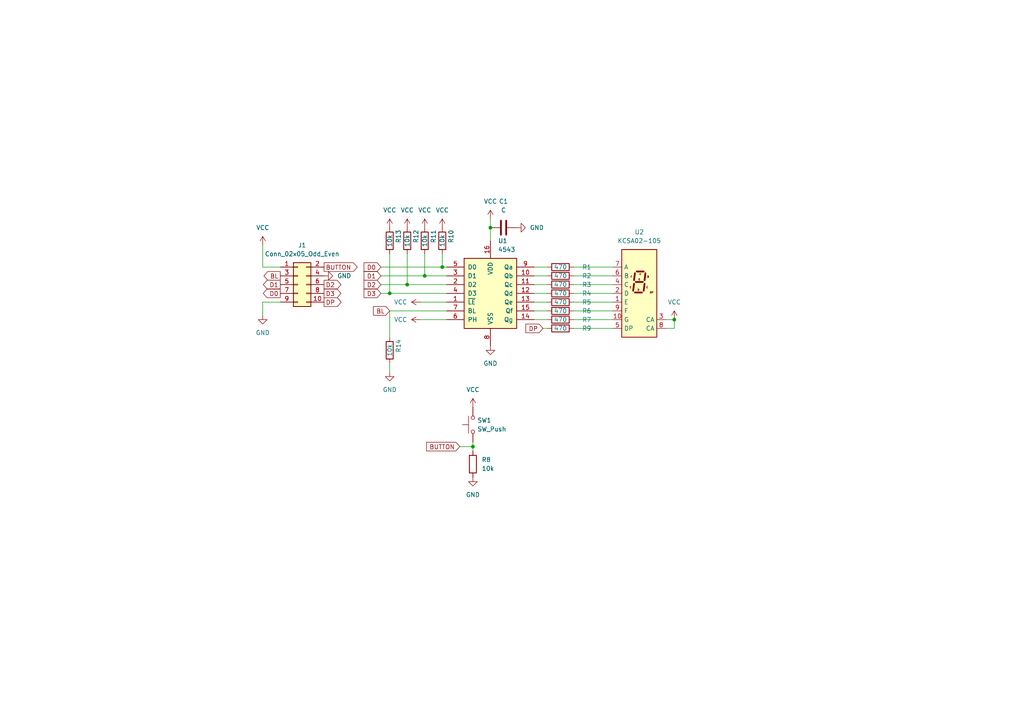
<source format=kicad_sch>
(kicad_sch (version 20230121) (generator eeschema)
  (paper "A4")
  (lib_symbols
    (symbol "4xxx:4543" (pin_names (offset 1.016))
      (property "Reference" "U" (at -7.62 11.43 0))
      (property "Value" "4543" (at -7.62 -11.43 0))
      (symbol "4543_1_0"
        (pin input line (at -12.7 -2.54 0) (length 5.08) (name "~{LE}") (number "1"))
        (pin output line (at 12.7 5.08 180) (length 5.08) (name "Qb") (number "10"))
        (pin output line (at 12.7 2.54 180) (length 5.08) (name "Qc") (number "11"))
        (pin output line (at 12.7 0 180) (length 5.08) (name "Qd") (number "12"))
        (pin output line (at 12.7 -2.54 180) (length 5.08) (name "Qe") (number "13"))
        (pin output line (at 12.7 -7.62 180) (length 5.08) (name "Qg") (number "14"))
        (pin output line (at 12.7 -5.08 180) (length 5.08) (name "Qf") (number "15"))
        (pin power_in line (at 0 15.24 270) (length 5.08) (name "VDD") (number "16"))
        (pin input line (at -12.7 2.54 0) (length 5.08) (name "D2") (number "2"))
        (pin input line (at -12.7 5.08 0) (length 5.08) (name "D1") (number "3"))
        (pin input line (at -12.7 0 0) (length 5.08) (name "D3") (number "4"))
        (pin input line (at -12.7 7.62 0) (length 5.08) (name "D0") (number "5"))
        (pin input line (at -12.7 -7.62 0) (length 5.08) (name "PH") (number "6"))
        (pin input line (at -12.7 -5.08 0) (length 5.08) (name "BL") (number "7"))
        (pin power_in line (at 0 -15.24 90) (length 5.08) (name "VSS") (number "8"))
        (pin output line (at 12.7 7.62 180) (length 5.08) (name "Qa") (number "9"))
      )
      (symbol "4543_1_1"
        (rectangle (start -7.62 10.16) (end 7.62 -10.16) (stroke (width 0.254)) (fill (type background)))
      )
    )
    (symbol "Connector_Generic:Conn_02x05_Odd_Even" (pin_names (offset 1.016) hide)
      (property "Reference" "J" (at 1.27 7.62 0))
      (property "Value" "Conn_02x05_Odd_Even" (at 1.27 -7.62 0))
      (symbol "Conn_02x05_Odd_Even_1_1"
        (rectangle (start -1.27 -4.953) (end 0 -5.207) (stroke (width 0.1524)))
        (rectangle (start -1.27 -2.413) (end 0 -2.667) (stroke (width 0.1524)))
        (rectangle (start -1.27 0.127) (end 0 -0.127) (stroke (width 0.1524)))
        (rectangle (start -1.27 2.667) (end 0 2.413) (stroke (width 0.1524)))
        (rectangle (start -1.27 5.207) (end 0 4.953) (stroke (width 0.1524)))
        (rectangle (start -1.27 6.35) (end 3.81 -6.35) (stroke (width 0.254)) (fill (type background)))
        (rectangle (start 3.81 -4.953) (end 2.54 -5.207) (stroke (width 0.1524)))
        (rectangle (start 3.81 -2.413) (end 2.54 -2.667) (stroke (width 0.1524)))
        (rectangle (start 3.81 0.127) (end 2.54 -0.127) (stroke (width 0.1524)))
        (rectangle (start 3.81 2.667) (end 2.54 2.413) (stroke (width 0.1524)))
        (rectangle (start 3.81 5.207) (end 2.54 4.953) (stroke (width 0.1524)))
        (pin passive line (at -5.08 5.08 0) (length 3.81) (name "Pin_1") (number "1"))
        (pin passive line (at 7.62 -5.08 180) (length 3.81) (name "Pin_10") (number "10"))
        (pin passive line (at 7.62 5.08 180) (length 3.81) (name "Pin_2") (number "2"))
        (pin passive line (at -5.08 2.54 0) (length 3.81) (name "Pin_3") (number "3"))
        (pin passive line (at 7.62 2.54 180) (length 3.81) (name "Pin_4") (number "4"))
        (pin passive line (at -5.08 0 0) (length 3.81) (name "Pin_5") (number "5"))
        (pin passive line (at 7.62 0 180) (length 3.81) (name "Pin_6") (number "6"))
        (pin passive line (at -5.08 -2.54 0) (length 3.81) (name "Pin_7") (number "7"))
        (pin passive line (at 7.62 -2.54 180) (length 3.81) (name "Pin_8") (number "8"))
        (pin passive line (at -5.08 -5.08 0) (length 3.81) (name "Pin_9") (number "9"))
      )
    )
    (symbol "Device:C" (pin_numbers hide) (pin_names (offset 0.254))
      (property "Reference" "C" (at 0.635 2.54 0))
      (property "Value" "C" (at 0.635 -2.54 0))
      (symbol "C_0_1"
        (polyline (pts (xy -2.032 -0.762) (xy 2.032 -0.762)) (stroke (width 0.508)))
        (polyline (pts (xy -2.032 0.762) (xy 2.032 0.762)) (stroke (width 0.508)))
      )
      (symbol "C_1_1"
        (pin passive line (at 0 3.81 270) (length 2.794) (name "~") (number "1"))
        (pin passive line (at 0 -3.81 90) (length 2.794) (name "~") (number "2"))
      )
    )
    (symbol "Device:R" (pin_numbers hide) (pin_names (offset 0))
      (property "Reference" "R" (at 2.032 0 90))
      (property "Value" "R" (at 0 0 90))
      (symbol "R_0_1"
        (rectangle (start -1.016 -2.54) (end 1.016 2.54) (stroke (width 0.254)))
      )
      (symbol "R_1_1"
        (pin passive line (at 0 3.81 270) (length 1.27) (name "~") (number "1"))
        (pin passive line (at 0 -3.81 90) (length 1.27) (name "~") (number "2"))
      )
    )
    (symbol "Display_Character:KCSA02-105" (pin_names (offset 0.635))
      (property "Reference" "U" (at -2.54 13.97 0))
      (property "Value" "KCSA02-105" (at 1.27 13.97 0))
      (symbol "KCSA02-105_0_0"
        (text "A" (at 0.254 5.588 0) (effects (font (size 0.508 0.508))))
        (text "B" (at 2.54 4.826 0) (effects (font (size 0.508 0.508))))
        (text "C" (at 2.286 1.778 0) (effects (font (size 0.508 0.508))))
        (text "D" (at -0.254 1.016 0) (effects (font (size 0.508 0.508))))
        (text "DP" (at 3.556 0.254 0) (effects (font (size 0.508 0.508))))
        (text "E" (at -2.54 1.778 0) (effects (font (size 0.508 0.508))))
        (text "F" (at -2.286 4.826 0) (effects (font (size 0.508 0.508))))
        (text "G" (at 0 4.064 0) (effects (font (size 0.508 0.508))))
      )
      (symbol "KCSA02-105_0_1"
        (rectangle (start -5.08 12.7) (end 5.08 -12.7) (stroke (width 0.254)) (fill (type background)))
        (polyline (pts (xy -1.524 2.794) (xy -1.778 0.762)) (stroke (width 0.508)))
        (polyline (pts (xy -1.27 0.254) (xy 0.762 0.254)) (stroke (width 0.508)))
        (polyline (pts (xy -1.27 5.842) (xy -1.524 3.81)) (stroke (width 0.508)))
        (polyline (pts (xy -1.016 3.302) (xy 1.016 3.302)) (stroke (width 0.508)))
        (polyline (pts (xy -0.762 6.35) (xy 1.27 6.35)) (stroke (width 0.508)))
        (polyline (pts (xy 1.524 2.794) (xy 1.27 0.762)) (stroke (width 0.508)))
        (polyline (pts (xy 1.778 5.842) (xy 1.524 3.81)) (stroke (width 0.508)))
        (polyline (pts (xy 2.54 0.254) (xy 2.54 0.254)) (stroke (width 0.508)))
      )
      (symbol "KCSA02-105_1_1"
        (pin input line (at -7.62 -2.54 0) (length 2.54) (name "E") (number "1"))
        (pin input line (at -7.62 -7.62 0) (length 2.54) (name "G") (number "10"))
        (pin input line (at -7.62 0 0) (length 2.54) (name "D") (number "2"))
        (pin input line (at 7.62 -7.62 180) (length 2.54) (name "CA") (number "3"))
        (pin input line (at -7.62 2.54 0) (length 2.54) (name "C") (number "4"))
        (pin input line (at -7.62 -10.16 0) (length 2.54) (name "DP") (number "5"))
        (pin input line (at -7.62 5.08 0) (length 2.54) (name "B") (number "6"))
        (pin input line (at -7.62 7.62 0) (length 2.54) (name "A") (number "7"))
        (pin input line (at 7.62 -10.16 180) (length 2.54) (name "CA") (number "8"))
        (pin input line (at -7.62 -5.08 0) (length 2.54) (name "F") (number "9"))
      )
    )
    (symbol "Switch:SW_Push" (pin_numbers hide) (pin_names (offset 1.016) hide)
      (property "Reference" "SW" (at 1.27 2.54 0))
      (property "Value" "SW_Push" (at 0 -1.524 0))
      (symbol "SW_Push_0_1"
        (circle (center -2.032 0) (radius 0.508))
        (polyline (pts (xy 0 1.27) (xy 0 3.048)))
        (polyline (pts (xy 2.54 1.27) (xy -2.54 1.27)))
        (circle (center 2.032 0) (radius 0.508))
        (pin passive line (at -5.08 0 0) (length 2.54) (name "1") (number "1"))
        (pin passive line (at 5.08 0 180) (length 2.54) (name "2") (number "2"))
      )
    )
    (symbol "power:GND" (power) (pin_names (offset 0))
      (property "Value" "GND" (at 0 -3.81 0))
      (symbol "GND_0_1"
        (polyline (pts (xy 0 0) (xy 0 -1.27) (xy 1.27 -1.27) (xy 0 -2.54) (xy -1.27 -1.27) (xy 0 -1.27)))
      )
      (symbol "GND_1_1"
        (pin power_in line (at 0 0 270) (length 0) hide (name "GND") (number "1"))
      )
    )
    (symbol "power:VCC" (power) (pin_names (offset 0))
      (property "Value" "VCC" (at 0 3.81 0))
      (symbol "VCC_0_1"
        (polyline (pts (xy -0.762 1.27) (xy 0 2.54)))
        (polyline (pts (xy 0 0) (xy 0 2.54)))
        (polyline (pts (xy 0 2.54) (xy 0.762 1.27)))
      )
      (symbol "VCC_1_1"
        (pin power_in line (at 0 0 90) (length 0) hide (name "VCC") (number "1"))
      )
    )
  )
  (junction (at 128.27 77.47))
  (junction (at 137.16 129.54))
  (junction (at 113.03 85.09))
  (junction (at 118.11 82.55))
  (junction (at 195.58 92.71))
  (junction (at 142.24 66.04))
  (junction (at 123.19 80.01))
  (wire (pts (xy 110.49 82.55) (xy 118.11 82.55)))
  (wire (pts (xy 113.03 73.66) (xy 113.03 85.09)))
  (wire (pts (xy 137.16 128.27) (xy 137.16 129.54)))
  (wire (pts (xy 118.11 73.66) (xy 118.11 82.55)))
  (wire (pts (xy 157.48 95.25) (xy 158.75 95.25)))
  (wire (pts (xy 128.27 73.66) (xy 128.27 77.47)))
  (wire (pts (xy 166.37 95.25) (xy 177.8 95.25)))
  (wire (pts (xy 154.94 87.63) (xy 158.75 87.63)))
  (wire (pts (xy 110.49 85.09) (xy 113.03 85.09)))
  (wire (pts (xy 166.37 87.63) (xy 177.8 87.63)))
  (wire (pts (xy 154.94 77.47) (xy 158.75 77.47)))
  (wire (pts (xy 76.2 87.63) (xy 76.2 91.44)))
  (wire (pts (xy 76.2 71.12) (xy 76.2 77.47)))
  (wire (pts (xy 142.24 63.5) (xy 142.24 66.04)))
  (wire (pts (xy 121.92 87.63) (xy 129.54 87.63)))
  (wire (pts (xy 142.24 66.04) (xy 142.24 69.85)))
  (wire (pts (xy 166.37 77.47) (xy 177.8 77.47)))
  (wire (pts (xy 121.92 92.71) (xy 129.54 92.71)))
  (wire (pts (xy 166.37 85.09) (xy 177.8 85.09)))
  (wire (pts (xy 195.58 92.71) (xy 193.04 92.71)))
  (wire (pts (xy 110.49 77.47) (xy 128.27 77.47)))
  (wire (pts (xy 195.58 95.25) (xy 195.58 92.71)))
  (wire (pts (xy 118.11 82.55) (xy 129.54 82.55)))
  (wire (pts (xy 81.28 87.63) (xy 76.2 87.63)))
  (wire (pts (xy 123.19 80.01) (xy 129.54 80.01)))
  (wire (pts (xy 154.94 85.09) (xy 158.75 85.09)))
  (wire (pts (xy 113.03 85.09) (xy 129.54 85.09)))
  (wire (pts (xy 166.37 82.55) (xy 177.8 82.55)))
  (wire (pts (xy 166.37 90.17) (xy 177.8 90.17)))
  (wire (pts (xy 123.19 73.66) (xy 123.19 80.01)))
  (wire (pts (xy 154.94 80.01) (xy 158.75 80.01)))
  (wire (pts (xy 166.37 92.71) (xy 177.8 92.71)))
  (wire (pts (xy 154.94 90.17) (xy 158.75 90.17)))
  (wire (pts (xy 128.27 77.47) (xy 129.54 77.47)))
  (wire (pts (xy 76.2 77.47) (xy 81.28 77.47)))
  (wire (pts (xy 154.94 82.55) (xy 158.75 82.55)))
  (wire (pts (xy 110.49 80.01) (xy 123.19 80.01)))
  (wire (pts (xy 133.35 129.54) (xy 137.16 129.54)))
  (wire (pts (xy 113.03 105.41) (xy 113.03 107.95)))
  (wire (pts (xy 193.04 95.25) (xy 195.58 95.25)))
  (wire (pts (xy 154.94 92.71) (xy 158.75 92.71)))
  (wire (pts (xy 113.03 90.17) (xy 113.03 97.79)))
  (wire (pts (xy 166.37 80.01) (xy 177.8 80.01)))
  (wire (pts (xy 137.16 129.54) (xy 137.16 130.81)))
  (wire (pts (xy 113.03 90.17) (xy 129.54 90.17)))
  (global_label "D2" (shape output) (at 93.98 82.55 0) (property "Intersheetrefs" "${INTERSHEET_REFS}" (effects hide)))
  (global_label "BUTTON" (shape output) (at 93.98 77.47 0) (property "Intersheetrefs" "${INTERSHEET_REFS}" (effects hide)))
  (global_label "D3" (shape input) (at 110.49 85.09 180) (property "Intersheetrefs" "${INTERSHEET_REFS}" (effects hide)))
  (global_label "BUTTON" (shape input) (at 133.35 129.54 180) (property "Intersheetrefs" "${INTERSHEET_REFS}" (effects hide)))
  (global_label "BL" (shape output) (at 81.28 80.01 180) (property "Intersheetrefs" "${INTERSHEET_REFS}" (effects hide)))
  (global_label "D3" (shape output) (at 93.98 85.09 0) (property "Intersheetrefs" "${INTERSHEET_REFS}" (effects hide)))
  (global_label "D0" (shape input) (at 110.49 77.47 180) (property "Intersheetrefs" "${INTERSHEET_REFS}" (effects hide)))
  (global_label "D2" (shape input) (at 110.49 82.55 180) (property "Intersheetrefs" "${INTERSHEET_REFS}" (effects hide)))
  (global_label "D1" (shape input) (at 110.49 80.01 180) (property "Intersheetrefs" "${INTERSHEET_REFS}" (effects hide)))
  (global_label "BL" (shape input) (at 113.03 90.17 180) (property "Intersheetrefs" "${INTERSHEET_REFS}" (effects hide)))
  (global_label "D1" (shape output) (at 81.28 82.55 180) (property "Intersheetrefs" "${INTERSHEET_REFS}" (effects hide)))
  (global_label "D0" (shape output) (at 81.28 85.09 180) (property "Intersheetrefs" "${INTERSHEET_REFS}" (effects hide)))
  (global_label "DP" (shape output) (at 93.98 87.63 0) (property "Intersheetrefs" "${INTERSHEET_REFS}" (effects hide)))
  (global_label "DP" (shape input) (at 157.48 95.25 180) (property "Intersheetrefs" "${INTERSHEET_REFS}" (effects hide)))
  (symbol (lib_id "power:VCC") (at 113.03 66.04 0) (unit 1)
    (property "Reference" "#PWR016" (effects hide))
    (property "Value" "VCC" (at 113.03 60.96 0))
  )
  (symbol (lib_id "Display_Character:KCSA02-105") (at 185.42 85.09 0) (unit 1)
    (property "Reference" "U2" (at 185.42 67.31 0))
    (property "Value" "KCSA02-105" (at 185.42 69.85 0))
    (property "Footprint" "Display_7Segment:KCSC02-105" (effects hide))
    (property "Datasheet" "http://www.kingbright.com/attachments/file/psearch/000/00/00/KCSA02-105(Ver.10A).pdf" (effects hide))
  )
  (symbol (lib_id "power:GND") (at 76.2 91.44 0) (unit 1)
    (property "Reference" "#PWR09" (effects hide))
    (property "Value" "GND" (at 76.2 96.52 0))
  )
  (symbol (lib_id "Device:R") (at 162.56 92.71 90) (unit 1)
    (property "Reference" "R7" (at 170.18 92.71 90))
    (property "Value" "470" (at 162.56 92.71 90))
    (property "Footprint" "Resistor_SMD:R_0402_1005Metric_Pad0.72x0.64mm_HandSolder" (effects hide))
  )
  (symbol (lib_id "Device:R") (at 137.16 134.62 0) (unit 1)
    (property "Reference" "R8" (at 139.7 133.35 0) (effects (justify left)))
    (property "Value" "10k" (at 139.7 135.89 0) (effects (justify left)))
    (property "Footprint" "Resistor_SMD:R_0402_1005Metric_Pad0.72x0.64mm_HandSolder" (effects hide))
  )
  (symbol (lib_id "power:GND") (at 137.16 138.43 0) (unit 1)
    (property "Reference" "#PWR05" (effects hide))
    (property "Value" "GND" (at 137.16 143.51 0))
  )
  (symbol (lib_id "Connector_Generic:Conn_02x05_Odd_Even") (at 86.36 82.55 0) (unit 1)
    (property "Reference" "J1" (at 87.63 71.12 0))
    (property "Value" "Conn_02x05_Odd_Even" (at 87.63 73.66 0))
    (property "Footprint" "Connector_PinSocket_2.54mm:PinSocket_2x05_P2.54mm_Vertical" (effects hide))
  )
  (symbol (lib_id "power:VCC") (at 137.16 118.11 0) (unit 1)
    (property "Reference" "#PWR06" (effects hide))
    (property "Value" "VCC" (at 137.16 113.03 0))
  )
  (symbol (lib_id "power:VCC") (at 118.11 66.04 0) (unit 1)
    (property "Reference" "#PWR015" (effects hide))
    (property "Value" "VCC" (at 118.11 60.96 0))
  )
  (symbol (lib_id "Device:R") (at 162.56 82.55 90) (unit 1)
    (property "Reference" "R3" (at 170.18 82.55 90))
    (property "Value" "470" (at 162.56 82.55 90))
    (property "Footprint" "Resistor_SMD:R_0402_1005Metric_Pad0.72x0.64mm_HandSolder" (effects hide))
  )
  (symbol (lib_id "power:VCC") (at 121.92 92.71 90) (unit 1)
    (property "Reference" "#PWR01" (effects hide))
    (property "Value" "VCC" (at 118.11 92.71 90) (effects (justify left)))
  )
  (symbol (lib_id "power:VCC") (at 128.27 66.04 0) (unit 1)
    (property "Reference" "#PWR013" (effects hide))
    (property "Value" "VCC" (at 128.27 60.96 0))
  )
  (symbol (lib_id "Device:R") (at 162.56 77.47 90) (unit 1)
    (property "Reference" "R1" (at 170.18 77.47 90))
    (property "Value" "470" (at 162.56 77.47 90))
    (property "Footprint" "Resistor_SMD:R_0402_1005Metric_Pad0.72x0.64mm_HandSolder" (effects hide))
  )
  (symbol (lib_id "Device:R") (at 162.56 90.17 90) (unit 1)
    (property "Reference" "R6" (at 170.18 90.17 90))
    (property "Value" "470" (at 162.56 90.17 90))
    (property "Footprint" "Resistor_SMD:R_0402_1005Metric_Pad0.72x0.64mm_HandSolder" (effects hide))
  )
  (symbol (lib_id "power:VCC") (at 142.24 63.5 0) (unit 1)
    (property "Reference" "#PWR03" (effects hide))
    (property "Value" "VCC" (at 142.24 58.42 0))
  )
  (symbol (lib_id "Device:R") (at 113.03 69.85 180) (unit 1)
    (property "Reference" "R13" (at 115.57 68.58 90))
    (property "Value" "10k" (at 113.03 69.85 90))
    (property "Footprint" "Resistor_SMD:R_0402_1005Metric_Pad0.72x0.64mm_HandSolder" (effects hide))
  )
  (symbol (lib_id "power:VCC") (at 76.2 71.12 0) (unit 1)
    (property "Reference" "#PWR010" (effects hide))
    (property "Value" "VCC" (at 76.2 66.04 0))
  )
  (symbol (lib_id "Device:C") (at 146.05 66.04 90) (unit 1)
    (property "Reference" "C1" (at 146.05 58.42 90))
    (property "Value" "C" (at 146.05 60.96 90))
    (property "Footprint" "Capacitor_SMD:C_0402_1005Metric_Pad0.74x0.62mm_HandSolder" (effects hide))
  )
  (symbol (lib_id "Device:R") (at 162.56 87.63 90) (unit 1)
    (property "Reference" "R5" (at 170.18 87.63 90))
    (property "Value" "470" (at 162.56 87.63 90))
    (property "Footprint" "Resistor_SMD:R_0402_1005Metric_Pad0.72x0.64mm_HandSolder" (effects hide))
  )
  (symbol (lib_id "power:GND") (at 149.86 66.04 90) (unit 1)
    (property "Reference" "#PWR04" (effects hide))
    (property "Value" "GND" (at 153.67 66.04 90) (effects (justify right)))
  )
  (symbol (lib_id "power:VCC") (at 123.19 66.04 0) (unit 1)
    (property "Reference" "#PWR014" (effects hide))
    (property "Value" "VCC" (at 123.19 60.96 0))
  )
  (symbol (lib_id "Device:R") (at 162.56 80.01 90) (unit 1)
    (property "Reference" "R2" (at 170.18 80.01 90))
    (property "Value" "470" (at 162.56 80.01 90))
    (property "Footprint" "Resistor_SMD:R_0402_1005Metric_Pad0.72x0.64mm_HandSolder" (effects hide))
  )
  (symbol (lib_id "Device:R") (at 118.11 69.85 180) (unit 1)
    (property "Reference" "R12" (at 120.65 68.58 90))
    (property "Value" "10k" (at 118.11 69.85 90))
    (property "Footprint" "Resistor_SMD:R_0402_1005Metric_Pad0.72x0.64mm_HandSolder" (effects hide))
  )
  (symbol (lib_id "Switch:SW_Push") (at 137.16 123.19 90) (unit 1)
    (property "Reference" "SW1" (at 138.43 121.92 90) (effects (justify right)))
    (property "Value" "SW_Push" (at 138.43 124.46 90) (effects (justify right)))
    (property "Footprint" "Button_Switch_SMD:SW_SPST_FSMSM" (effects hide))
  )
  (symbol (lib_id "4xxx:4543") (at 142.24 85.09 0) (unit 1)
    (property "Reference" "U1" (at 144.4341 69.85 0) (effects (justify left)))
    (property "Value" "4543" (at 144.4341 72.39 0) (effects (justify left)))
    (property "Footprint" "Package_SO:SOIC-16_3.9x9.9mm_P1.27mm" (effects hide))
    (property "Datasheet" "http://www.ti.com/lit/ds/symlink/cd4543b.pdf" (effects hide))
  )
  (symbol (lib_id "power:GND") (at 142.24 100.33 0) (unit 1)
    (property "Reference" "#PWR02" (effects hide))
    (property "Value" "GND" (at 142.24 105.41 0))
  )
  (symbol (lib_id "Device:R") (at 162.56 95.25 90) (unit 1)
    (property "Reference" "R9" (at 170.18 95.25 90))
    (property "Value" "470" (at 162.56 95.25 90))
    (property "Footprint" "Capacitor_SMD:C_0402_1005Metric_Pad0.74x0.62mm_HandSolder" (effects hide))
  )
  (symbol (lib_id "Device:R") (at 123.19 69.85 180) (unit 1)
    (property "Reference" "R11" (at 125.73 68.58 90))
    (property "Value" "10k" (at 123.19 69.85 90))
    (property "Footprint" "Resistor_SMD:R_0402_1005Metric_Pad0.72x0.64mm_HandSolder" (effects hide))
  )
  (symbol (lib_id "power:VCC") (at 121.92 87.63 90) (unit 1)
    (property "Reference" "#PWR07" (effects hide))
    (property "Value" "VCC" (at 118.11 87.63 90) (effects (justify left)))
  )
  (symbol (lib_id "power:GND") (at 93.98 80.01 90) (unit 1)
    (property "Reference" "#PWR011" (effects hide))
    (property "Value" "GND" (at 97.79 80.01 90) (effects (justify right)))
  )
  (symbol (lib_id "Device:R") (at 128.27 69.85 180) (unit 1)
    (property "Reference" "R10" (at 130.81 68.58 90))
    (property "Value" "10k" (at 128.27 69.85 90))
    (property "Footprint" "Resistor_SMD:R_0402_1005Metric_Pad0.72x0.64mm_HandSolder" (effects hide))
  )
  (symbol (lib_id "power:GND") (at 113.03 107.95 0) (unit 1)
    (property "Reference" "#PWR08" (effects hide))
    (property "Value" "GND" (at 113.03 113.03 0))
  )
  (symbol (lib_id "power:VCC") (at 195.58 92.71 0) (unit 1)
    (property "Reference" "#PWR012" (effects hide))
    (property "Value" "VCC" (at 195.58 87.63 0))
  )
  (symbol (lib_id "Device:R") (at 113.03 101.6 180) (unit 1)
    (property "Reference" "R14" (at 115.57 100.33 90))
    (property "Value" "10k" (at 113.03 101.6 90))
    (property "Footprint" "Resistor_SMD:R_0402_1005Metric_Pad0.72x0.64mm_HandSolder" (effects hide))
  )
  (symbol (lib_id "Device:R") (at 162.56 85.09 90) (unit 1)
    (property "Reference" "R4" (at 170.18 85.09 90))
    (property "Value" "470" (at 162.56 85.09 90))
    (property "Footprint" "Resistor_SMD:R_0402_1005Metric_Pad0.72x0.64mm_HandSolder" (effects hide))
  )
)
</source>
